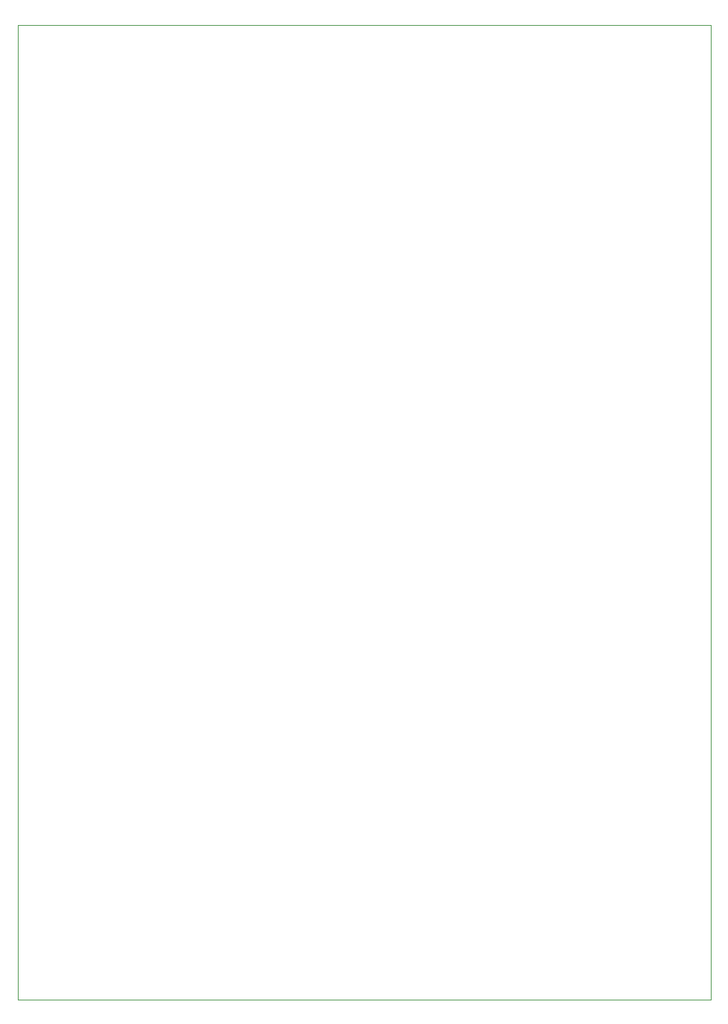
<source format=gbr>
%TF.GenerationSoftware,KiCad,Pcbnew,(5.1.10)-1*%
%TF.CreationDate,2021-05-29T12:40:01+02:00*%
%TF.ProjectId,potencia,706f7465-6e63-4696-912e-6b696361645f,rev?*%
%TF.SameCoordinates,Original*%
%TF.FileFunction,Profile,NP*%
%FSLAX46Y46*%
G04 Gerber Fmt 4.6, Leading zero omitted, Abs format (unit mm)*
G04 Created by KiCad (PCBNEW (5.1.10)-1) date 2021-05-29 12:40:01*
%MOMM*%
%LPD*%
G01*
G04 APERTURE LIST*
%TA.AperFunction,Profile*%
%ADD10C,0.050000*%
%TD*%
G04 APERTURE END LIST*
D10*
X193294000Y-44958000D02*
X111252000Y-44958000D01*
X111252000Y-44958000D02*
X111252000Y-160274000D01*
X193294000Y-160274000D02*
X193294000Y-44958000D01*
X111252000Y-160274000D02*
X193294000Y-160274000D01*
M02*

</source>
